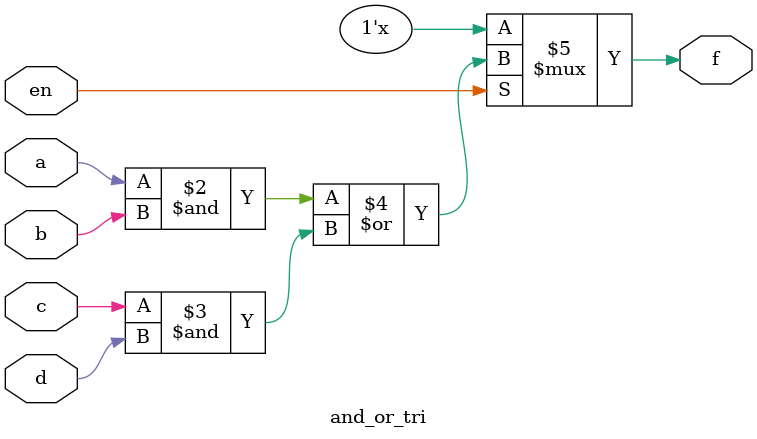
<source format=v>
module and_or_tri(input  a ,
                  input  b ,
                  input  c ,
                  input  d ,
                  input  en,
                  output f );
//wire e;
//wire e = (a&b) | (c&d);
//assign f = en ? e : 1'bz;
//assign f = en ? (a&b)|(c&d) : 1'bz;

always @(en,a,b,c,d) begin
  f = en ? (a&b)|(c&d) : 1'bz;
end
endmodule

</source>
